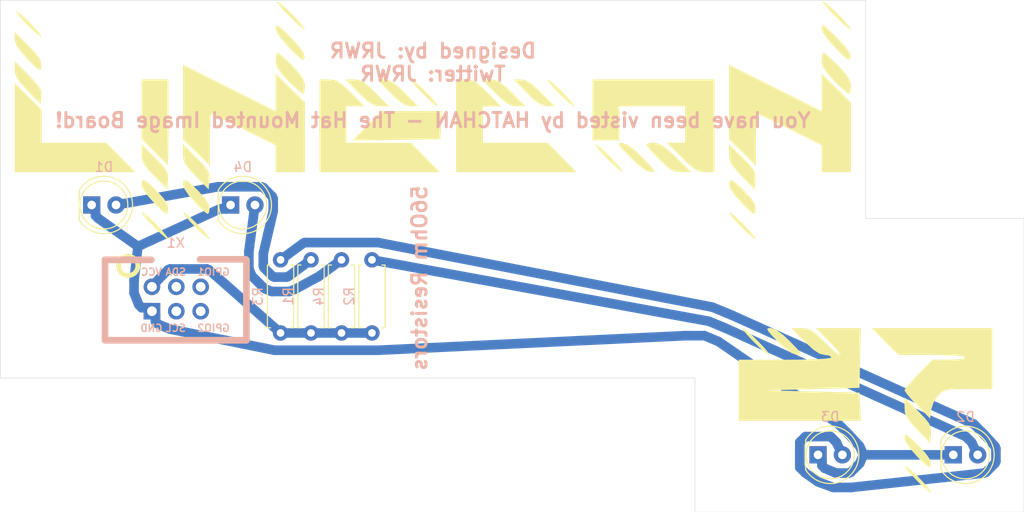
<source format=kicad_pcb>
(kicad_pcb (version 20171130) (host pcbnew "(5.1.2)-1")

  (general
    (thickness 1.6)
    (drawings 13)
    (tracks 120)
    (zones 0)
    (modules 10)
    (nets 7)
  )

  (page A4)
  (layers
    (0 F.Cu signal)
    (31 B.Cu signal)
    (32 B.Adhes user)
    (33 F.Adhes user)
    (34 B.Paste user)
    (35 F.Paste user)
    (36 B.SilkS user)
    (37 F.SilkS user)
    (38 B.Mask user)
    (39 F.Mask user)
    (40 Dwgs.User user)
    (41 Cmts.User user)
    (42 Eco1.User user)
    (43 Eco2.User user)
    (44 Edge.Cuts user)
    (45 Margin user)
    (46 B.CrtYd user)
    (47 F.CrtYd user)
    (48 B.Fab user)
    (49 F.Fab user)
  )

  (setup
    (last_trace_width 0.25)
    (trace_clearance 0.2)
    (zone_clearance 0.508)
    (zone_45_only no)
    (trace_min 0.2)
    (via_size 0.8)
    (via_drill 0.4)
    (via_min_size 0.4)
    (via_min_drill 0.3)
    (uvia_size 0.3)
    (uvia_drill 0.1)
    (uvias_allowed no)
    (uvia_min_size 0.2)
    (uvia_min_drill 0.1)
    (edge_width 0.05)
    (segment_width 0.2)
    (pcb_text_width 0.3)
    (pcb_text_size 1.5 1.5)
    (mod_edge_width 0.12)
    (mod_text_size 1 1)
    (mod_text_width 0.15)
    (pad_size 1.524 1.524)
    (pad_drill 0.762)
    (pad_to_mask_clearance 0.051)
    (solder_mask_min_width 0.25)
    (aux_axis_origin 0 0)
    (visible_elements 7FFFFFFF)
    (pcbplotparams
      (layerselection 0x010fc_ffffffff)
      (usegerberextensions false)
      (usegerberattributes false)
      (usegerberadvancedattributes false)
      (creategerberjobfile false)
      (excludeedgelayer true)
      (linewidth 0.100000)
      (plotframeref false)
      (viasonmask false)
      (mode 1)
      (useauxorigin false)
      (hpglpennumber 1)
      (hpglpenspeed 20)
      (hpglpendiameter 15.000000)
      (psnegative false)
      (psa4output false)
      (plotreference true)
      (plotvalue true)
      (plotinvisibletext false)
      (padsonsilk false)
      (subtractmaskfromsilk false)
      (outputformat 1)
      (mirror false)
      (drillshape 0)
      (scaleselection 1)
      (outputdirectory "grb/"))
  )

  (net 0 "")
  (net 1 "Net-(D1-Pad2)")
  (net 2 "Net-(D1-Pad1)")
  (net 3 "Net-(D2-Pad2)")
  (net 4 "Net-(D3-Pad2)")
  (net 5 "Net-(D4-Pad2)")
  (net 6 "Net-(R1-Pad1)")

  (net_class Default "This is the default net class."
    (clearance 0.2)
    (trace_width 0.25)
    (via_dia 0.8)
    (via_drill 0.4)
    (uvia_dia 0.3)
    (uvia_drill 0.1)
    (add_net "Net-(D1-Pad1)")
    (add_net "Net-(D1-Pad2)")
    (add_net "Net-(D2-Pad2)")
    (add_net "Net-(D3-Pad2)")
    (add_net "Net-(D4-Pad2)")
    (add_net "Net-(R1-Pad1)")
  )

  (module badgelife_sao_v169bis:linecon27 (layer F.Cu) (tedit 0) (tstamp 5D18415E)
    (at 173.482 93.345)
    (fp_text reference G*** (at 0 0) (layer F.SilkS) hide
      (effects (font (size 1.524 1.524) (thickness 0.3)))
    )
    (fp_text value LOGO (at 0.75 0) (layer F.SilkS) hide
      (effects (font (size 1.524 1.524) (thickness 0.3)))
    )
    (fp_poly (pts (xy 42.925934 23.867536) (xy 43.40527 24.262837) (xy 44.045468 24.86811) (xy 44.196 25.019)
      (xy 44.828191 25.689817) (xy 45.269607 26.218046) (xy 45.441942 26.508262) (xy 45.436234 26.530431)
      (xy 45.212065 26.424463) (xy 44.732729 26.029162) (xy 44.092531 25.423889) (xy 43.942 25.273)
      (xy 43.309808 24.602182) (xy 42.868392 24.073953) (xy 42.696057 23.783737) (xy 42.701765 23.761568)
      (xy 42.925934 23.867536)) (layer F.SilkS) (width 0.01))
    (fp_poly (pts (xy 43.15974 20.720434) (xy 43.725624 21.254472) (xy 44.091656 21.618178) (xy 44.89015 22.477306)
      (xy 45.321183 23.104503) (xy 45.429015 23.565415) (xy 45.425156 23.596095) (xy 45.347122 23.845142)
      (xy 45.171184 23.860496) (xy 44.821718 23.599789) (xy 44.223102 23.02065) (xy 44.0055 22.80069)
      (xy 43.152629 21.832716) (xy 42.723936 21.094295) (xy 42.672 20.822773) (xy 42.702876 20.543776)
      (xy 42.84214 20.496599) (xy 43.15974 20.720434)) (layer F.SilkS) (width 0.01))
    (fp_poly (pts (xy 44.086887 18.057409) (xy 44.805838 18.801989) (xy 45.221622 19.331594) (xy 45.406306 19.773684)
      (xy 45.431954 20.255722) (xy 45.420387 20.415957) (xy 45.339 21.359618) (xy 44.0055 20.006322)
      (xy 43.298808 19.253046) (xy 42.894146 18.694053) (xy 42.711837 18.18842) (xy 42.672 17.647773)
      (xy 42.672 16.642521) (xy 44.086887 18.057409)) (layer F.SilkS) (width 0.01))
    (fp_poly (pts (xy 32.46455 9.441081) (xy 32.951085 9.622982) (xy 33.48941 10.022693) (xy 34.214977 10.7192)
      (xy 34.29 10.795) (xy 34.977409 11.459857) (xy 35.546039 11.953054) (xy 35.890994 12.184889)
      (xy 35.923646 12.192) (xy 35.881351 12.028961) (xy 35.542951 11.59613) (xy 34.976477 10.977934)
      (xy 34.798 10.795) (xy 33.418353 9.398) (xy 38.115635 9.398) (xy 38.044317 12.5095)
      (xy 37.973 15.621) (xy 28.067 15.88592) (xy 37.973 16.129) (xy 38.049175 17.5895)
      (xy 38.125351 19.05) (xy 25.4 19.05) (xy 25.4 12.7) (xy 30.226 12.7)
      (xy 32.034106 12.686918) (xy 33.447972 12.648784) (xy 34.435958 12.587262) (xy 34.966426 12.504018)
      (xy 35.052 12.446) (xy 34.83261 12.26252) (xy 34.344823 12.192) (xy 33.814867 12.066168)
      (xy 33.177418 11.649092) (xy 32.343788 10.881402) (xy 32.258 10.795) (xy 30.878353 9.398)
      (xy 31.894353 9.398) (xy 32.46455 9.441081)) (layer F.SilkS) (width 0.01))
    (fp_poly (pts (xy 51.816 15.748) (xy 49.323521 15.748) (xy 48.169625 15.755712) (xy 47.403297 15.796607)
      (xy 46.90415 15.897325) (xy 46.551795 16.084504) (xy 46.225841 16.384781) (xy 46.166765 16.4465)
      (xy 45.679003 17.170144) (xy 45.423546 17.956568) (xy 45.420744 17.982569) (xy 45.339 18.820139)
      (xy 44.0055 17.466582) (xy 43.361601 16.783138) (xy 42.888419 16.223981) (xy 42.675852 15.896451)
      (xy 42.672 15.874378) (xy 42.839582 15.594086) (xy 43.284852 15.060629) (xy 43.921594 14.375298)
      (xy 44.124548 14.167865) (xy 45.577097 12.7) (xy 47.299548 12.7) (xy 48.19024 12.665458)
      (xy 48.803266 12.573332) (xy 49.022 12.446) (xy 48.776345 12.339468) (xy 48.071734 12.259279)
      (xy 46.9567 12.208953) (xy 45.520823 12.192) (xy 42.019646 12.192) (xy 40.64 10.795)
      (xy 39.260353 9.398) (xy 51.816 9.398) (xy 51.816 15.748)) (layer F.SilkS) (width 0.01))
    (fp_poly (pts (xy 26.086591 9.567459) (xy 26.619269 10.016038) (xy 27.291493 10.654034) (xy 27.432 10.795)
      (xy 28.047194 11.447948) (xy 28.452218 11.937753) (xy 28.579044 12.179987) (xy 28.557646 12.192)
      (xy 28.269408 12.02254) (xy 27.73673 11.573961) (xy 27.064506 10.935965) (xy 26.924 10.795)
      (xy 26.308805 10.142051) (xy 25.903781 9.652246) (xy 25.776955 9.410012) (xy 25.798353 9.398)
      (xy 26.086591 9.567459)) (layer F.SilkS) (width 0.01))
    (fp_poly (pts (xy 29.305359 9.59239) (xy 30.099937 10.189591) (xy 30.734 10.795) (xy 31.412027 11.494325)
      (xy 31.7643 11.911431) (xy 31.829199 12.118319) (xy 31.645102 12.18699) (xy 31.478646 12.192)
      (xy 30.89264 11.997609) (xy 30.098062 11.400408) (xy 29.464 10.795) (xy 28.785972 10.095674)
      (xy 28.433699 9.678568) (xy 28.3688 9.47168) (xy 28.552897 9.403009) (xy 28.719353 9.398)
      (xy 29.305359 9.59239)) (layer F.SilkS) (width 0.01))
    (fp_poly (pts (xy -36.576066 -2.548464) (xy -36.09673 -2.153163) (xy -35.456532 -1.54789) (xy -35.306 -1.397)
      (xy -34.673809 -0.726183) (xy -34.232393 -0.197954) (xy -34.060058 0.092262) (xy -34.065766 0.114431)
      (xy -34.289935 0.008463) (xy -34.769271 -0.386838) (xy -35.409469 -0.992111) (xy -35.56 -1.143)
      (xy -36.192192 -1.813818) (xy -36.633608 -2.342047) (xy -36.805943 -2.632263) (xy -36.800235 -2.654432)
      (xy -36.576066 -2.548464)) (layer F.SilkS) (width 0.01))
    (fp_poly (pts (xy -32.258066 -2.548464) (xy -31.77873 -2.153163) (xy -31.138532 -1.54789) (xy -30.988 -1.397)
      (xy -30.355809 -0.726183) (xy -29.914393 -0.197954) (xy -29.742058 0.092262) (xy -29.747766 0.114431)
      (xy -29.971935 0.008463) (xy -30.451271 -0.386838) (xy -31.091469 -0.992111) (xy -31.242 -1.143)
      (xy -31.874192 -1.813818) (xy -32.315608 -2.342047) (xy -32.487943 -2.632263) (xy -32.482235 -2.654432)
      (xy -32.258066 -2.548464)) (layer F.SilkS) (width 0.01))
    (fp_poly (pts (xy 24.637934 -2.548464) (xy 25.11727 -2.153163) (xy 25.757468 -1.54789) (xy 25.908 -1.397)
      (xy 26.540191 -0.726183) (xy 26.981607 -0.197954) (xy 27.153942 0.092262) (xy 27.148234 0.114431)
      (xy 26.924065 0.008463) (xy 26.444729 -0.386838) (xy 25.804531 -0.992111) (xy 25.654 -1.143)
      (xy 25.021808 -1.813818) (xy 24.580392 -2.342047) (xy 24.408057 -2.632263) (xy 24.413765 -2.654432)
      (xy 24.637934 -2.548464)) (layer F.SilkS) (width 0.01))
    (fp_poly (pts (xy -36.225656 -5.821084) (xy -35.602948 -5.250854) (xy -35.212772 -4.860288) (xy -34.521238 -4.10195)
      (xy -34.163186 -3.538895) (xy -34.0703 -3.055563) (xy -34.079321 -2.943033) (xy -34.136688 -2.611545)
      (xy -34.256022 -2.50422) (xy -34.516922 -2.658813) (xy -34.998984 -3.113081) (xy -35.4965 -3.615233)
      (xy -36.23156 -4.440325) (xy -36.697365 -5.130355) (xy -36.83 -5.532488) (xy -36.781934 -5.938105)
      (xy -36.599568 -6.042236) (xy -36.225656 -5.821084)) (layer F.SilkS) (width 0.01))
    (fp_poly (pts (xy -31.907656 -5.821084) (xy -31.284948 -5.250854) (xy -30.894772 -4.860288) (xy -30.203238 -4.10195)
      (xy -29.845186 -3.538895) (xy -29.7523 -3.055563) (xy -29.761321 -2.943033) (xy -29.818688 -2.611545)
      (xy -29.938022 -2.50422) (xy -30.198922 -2.658813) (xy -30.680984 -3.113081) (xy -31.1785 -3.615233)
      (xy -31.91356 -4.440325) (xy -32.379365 -5.130355) (xy -32.512 -5.532488) (xy -32.463934 -5.938105)
      (xy -32.281568 -6.042236) (xy -31.907656 -5.821084)) (layer F.SilkS) (width 0.01))
    (fp_poly (pts (xy 24.988344 -5.821084) (xy 25.611052 -5.250854) (xy 26.001228 -4.860288) (xy 26.692762 -4.10195)
      (xy 27.050814 -3.538895) (xy 27.1437 -3.055563) (xy 27.134679 -2.943033) (xy 27.077312 -2.611545)
      (xy 26.957978 -2.50422) (xy 26.697078 -2.658813) (xy 26.215016 -3.113081) (xy 25.7175 -3.615233)
      (xy 24.98244 -4.440325) (xy 24.516635 -5.130355) (xy 24.384 -5.532488) (xy 24.432066 -5.938105)
      (xy 24.614432 -6.042236) (xy 24.988344 -5.821084)) (layer F.SilkS) (width 0.01))
    (fp_poly (pts (xy -35.415113 -8.358591) (xy -34.696162 -7.614011) (xy -34.280378 -7.084406) (xy -34.095694 -6.642316)
      (xy -34.070046 -6.160278) (xy -34.081613 -6.000043) (xy -34.163 -5.056382) (xy -35.4965 -6.409678)
      (xy -36.203192 -7.162954) (xy -36.607854 -7.721947) (xy -36.790163 -8.22758) (xy -36.83 -8.768227)
      (xy -36.83 -9.773479) (xy -35.415113 -8.358591)) (layer F.SilkS) (width 0.01))
    (fp_poly (pts (xy -31.097113 -8.358591) (xy -30.378162 -7.614011) (xy -29.962378 -7.084406) (xy -29.777694 -6.642316)
      (xy -29.752046 -6.160278) (xy -29.763613 -6.000043) (xy -29.845 -5.056382) (xy -31.1785 -6.409678)
      (xy -31.885192 -7.162954) (xy -32.289854 -7.721947) (xy -32.472163 -8.22758) (xy -32.512 -8.768227)
      (xy -32.512 -9.773479) (xy -31.097113 -8.358591)) (layer F.SilkS) (width 0.01))
    (fp_poly (pts (xy 25.798887 -8.358591) (xy 26.517838 -7.614011) (xy 26.933622 -7.084406) (xy 27.118306 -6.642316)
      (xy 27.143954 -6.160278) (xy 27.132387 -6.000043) (xy 27.051 -5.056382) (xy 25.7175 -6.409678)
      (xy 25.010808 -7.162954) (xy 24.606146 -7.721947) (xy 24.423837 -8.22758) (xy 24.384 -8.768227)
      (xy 24.384 -9.773479) (xy 25.798887 -8.358591)) (layer F.SilkS) (width 0.01))
    (fp_poly (pts (xy -48.641 -14.732001) (xy -47.244 -13.352354) (xy -47.244 -9.906) (xy -40.497098 -9.906)
      (xy -38.989 -8.382) (xy -37.480903 -6.858) (xy -50.038 -6.858) (xy -50.038 -11.484824)
      (xy -50.038001 -16.111647) (xy -48.641 -14.732001)) (layer F.SilkS) (width 0.01))
    (fp_poly (pts (xy -27.686 -15.621001) (xy -22.86 -13.205458) (xy -22.86 -17.129098) (xy -21.336 -15.621001)
      (xy -19.812 -14.112903) (xy -19.812 -6.858) (xy -22.86 -6.858) (xy -22.86 -9.648366)
      (xy -26.158374 -11.301183) (xy -27.336008 -11.887025) (xy -28.346302 -12.381535) (xy -29.105443 -12.744316)
      (xy -29.529618 -12.934967) (xy -29.587374 -12.954) (xy -29.6405 -12.717327) (xy -29.683224 -12.076555)
      (xy -29.71056 -11.135558) (xy -29.718 -10.232177) (xy -29.718 -7.510354) (xy -31.115 -8.89)
      (xy -32.512 -10.269647) (xy -32.512 -18.036543) (xy -27.686 -15.621001)) (layer F.SilkS) (width 0.01))
    (fp_poly (pts (xy -16.774483 -16.46009) (xy -16.283013 -16.257863) (xy -15.720467 -15.824574) (xy -14.986 -15.113)
      (xy -13.606354 -13.716) (xy -15.494 -13.716) (xy -15.494 -9.906) (xy -8.747098 -9.906)
      (xy -7.239 -8.382) (xy -5.730903 -6.858) (xy -18.288 -6.858) (xy -18.288 -16.51)
      (xy -17.326824 -16.51) (xy -16.774483 -16.46009)) (layer F.SilkS) (width 0.01))
    (fp_poly (pts (xy -2.550483 -16.46009) (xy -2.059013 -16.257863) (xy -1.496467 -15.824574) (xy -0.762 -15.113)
      (xy 0.617646 -13.716) (xy -1.27 -13.716) (xy -1.27 -9.906) (xy 5.476902 -9.906)
      (xy 6.985 -8.382) (xy 8.493097 -6.858) (xy -4.064 -6.858) (xy -4.064 -16.51)
      (xy -3.102824 -16.51) (xy -2.550483 -16.46009)) (layer F.SilkS) (width 0.01))
    (fp_poly (pts (xy 10.665793 -9.656989) (xy 11.149278 -9.256606) (xy 11.804432 -8.641313) (xy 12.071573 -8.375358)
      (xy 12.72045 -7.691869) (xy 13.165272 -7.168216) (xy 13.339416 -6.885478) (xy 13.318372 -6.858)
      (xy 13.029546 -7.027451) (xy 12.496718 -7.475852) (xy 11.825165 -8.113281) (xy 11.690205 -8.248716)
      (xy 11.056281 -8.921069) (xy 10.612773 -9.450865) (xy 10.437866 -9.742952) (xy 10.443406 -9.766074)
      (xy 10.665793 -9.656989)) (layer F.SilkS) (width 0.01))
    (fp_poly (pts (xy 13.770135 -9.730229) (xy 14.518309 -9.183606) (xy 15.367 -8.382) (xy 16.084391 -7.644506)
      (xy 16.475994 -7.191957) (xy 16.580996 -6.955951) (xy 16.438586 -6.868084) (xy 16.240097 -6.858)
      (xy 15.693864 -7.033772) (xy 14.94569 -7.580395) (xy 14.097 -8.382) (xy 13.379608 -9.119495)
      (xy 12.988005 -9.572044) (xy 12.883003 -9.80805) (xy 13.025413 -9.895917) (xy 13.223902 -9.906)
      (xy 13.770135 -9.730229)) (layer F.SilkS) (width 0.01))
    (fp_poly (pts (xy 17.034602 -9.821664) (xy 17.585487 -9.524177) (xy 18.291123 -8.946819) (xy 18.884787 -8.386801)
      (xy 20.447 -6.867601) (xy 19.422323 -6.862801) (xy 18.838612 -6.903577) (xy 18.347136 -7.08599)
      (xy 17.806202 -7.490652) (xy 17.07412 -8.198174) (xy 17.072823 -8.199488) (xy 16.432207 -8.871068)
      (xy 15.96188 -9.407789) (xy 15.751583 -9.706418) (xy 15.748 -9.723488) (xy 15.969535 -9.850092)
      (xy 16.505627 -9.905872) (xy 16.535287 -9.906) (xy 17.034602 -9.821664)) (layer F.SilkS) (width 0.01))
    (fp_poly (pts (xy 22.86 -6.858) (xy 21.899548 -6.858) (xy 21.372015 -6.903436) (xy 20.898485 -7.089541)
      (xy 20.357971 -7.49101) (xy 19.629481 -8.182539) (xy 19.431 -8.382) (xy 17.922902 -9.906)
      (xy 19.812 -9.906) (xy 19.812 -13.716) (xy 12.954 -13.716) (xy 12.954 -10.16)
      (xy 10.16 -10.16) (xy 10.16 -16.51) (xy 22.86 -16.51) (xy 22.86 -6.858)) (layer F.SilkS) (width 0.01))
    (fp_poly (pts (xy 29.21 -15.621001) (xy 34.036 -13.205458) (xy 34.036 -17.129098) (xy 35.56 -15.621001)
      (xy 37.084 -14.112903) (xy 37.084 -6.858) (xy 34.036 -6.858) (xy 34.036 -9.648366)
      (xy 30.737626 -11.301183) (xy 29.559992 -11.887025) (xy 28.549698 -12.381535) (xy 27.790557 -12.744316)
      (xy 27.366382 -12.934967) (xy 27.308626 -12.954) (xy 27.2555 -12.717327) (xy 27.212776 -12.076555)
      (xy 27.18544 -11.135558) (xy 27.178 -10.232177) (xy 27.178 -7.510354) (xy 25.781 -8.89)
      (xy 24.384 -10.269647) (xy 24.384 -18.036543) (xy 29.21 -15.621001)) (layer F.SilkS) (width 0.01))
    (fp_poly (pts (xy -34.036 -12.065) (xy -34.039905 -10.626065) (xy -34.050738 -9.381306) (xy -34.06718 -8.412013)
      (xy -34.087911 -7.799473) (xy -34.108177 -7.62) (xy -34.307733 -7.786873) (xy -34.768725 -8.227754)
      (xy -35.397837 -8.853036) (xy -35.505177 -8.961488) (xy -36.83 -10.302975) (xy -36.83 -16.51)
      (xy -34.036 -16.51) (xy -34.036 -12.065)) (layer F.SilkS) (width 0.01))
    (fp_poly (pts (xy -5.638825 -11.7475) (xy -5.715 -10.287) (xy -10.285097 -10.217389) (xy -14.855194 -10.147777)
      (xy -13.341048 -11.677889) (xy -11.826903 -13.208) (xy -5.562649 -13.208) (xy -5.638825 -11.7475)) (layer F.SilkS) (width 0.01))
    (fp_poly (pts (xy -14.181928 -16.448259) (xy -13.675646 -16.211278) (xy -13.069728 -15.721425) (xy -12.446 -15.113)
      (xy -11.066354 -13.716) (xy -11.955354 -13.716) (xy -12.488073 -13.777742) (xy -12.994355 -14.014723)
      (xy -13.600273 -14.504576) (xy -14.224 -15.113) (xy -15.603647 -16.51) (xy -14.714647 -16.51)
      (xy -14.181928 -16.448259)) (layer F.SilkS) (width 0.01))
    (fp_poly (pts (xy -11.020876 -16.412386) (xy -10.446388 -16.073059) (xy -9.709287 -15.42229) (xy -9.398 -15.113)
      (xy -8.018354 -13.716) (xy -8.780354 -13.716) (xy -9.299125 -13.813615) (xy -9.873613 -14.152942)
      (xy -10.610714 -14.803711) (xy -10.922 -15.113) (xy -12.301647 -16.51) (xy -11.539647 -16.51)
      (xy -11.020876 -16.412386)) (layer F.SilkS) (width 0.01))
    (fp_poly (pts (xy -8.457409 -16.340541) (xy -7.924731 -15.891962) (xy -7.252507 -15.253966) (xy -7.112 -15.113)
      (xy -6.496806 -14.460052) (xy -6.091782 -13.970247) (xy -5.964956 -13.728013) (xy -5.986354 -13.716)
      (xy -6.274592 -13.88546) (xy -6.80727 -14.334039) (xy -7.479494 -14.972035) (xy -7.62 -15.113)
      (xy -8.235195 -15.765949) (xy -8.640219 -16.255754) (xy -8.767045 -16.497988) (xy -8.745647 -16.51)
      (xy -8.457409 -16.340541)) (layer F.SilkS) (width 0.01))
    (fp_poly (pts (xy 0.042072 -16.448259) (xy 0.548354 -16.211278) (xy 1.154272 -15.721425) (xy 1.778 -15.113)
      (xy 3.157646 -13.716) (xy 2.268646 -13.716) (xy 1.735927 -13.777742) (xy 1.229645 -14.014723)
      (xy 0.623727 -14.504576) (xy 0 -15.113) (xy -1.379647 -16.51) (xy -0.490647 -16.51)
      (xy 0.042072 -16.448259)) (layer F.SilkS) (width 0.01))
    (fp_poly (pts (xy 3.203124 -16.412386) (xy 3.777612 -16.073059) (xy 4.514713 -15.42229) (xy 4.826 -15.113)
      (xy 6.205646 -13.716) (xy 5.443646 -13.716) (xy 4.924875 -13.813615) (xy 4.350387 -14.152942)
      (xy 3.613286 -14.803711) (xy 3.302 -15.113) (xy 1.922353 -16.51) (xy 2.684353 -16.51)
      (xy 3.203124 -16.412386)) (layer F.SilkS) (width 0.01))
    (fp_poly (pts (xy 5.766591 -16.340541) (xy 6.299269 -15.891962) (xy 6.971493 -15.253966) (xy 7.112 -15.113)
      (xy 7.727194 -14.460052) (xy 8.132218 -13.970247) (xy 8.259044 -13.728013) (xy 8.237646 -13.716)
      (xy 7.949408 -13.88546) (xy 7.41673 -14.334039) (xy 6.744506 -14.972035) (xy 6.604 -15.113)
      (xy 5.988805 -15.765949) (xy 5.583781 -16.255754) (xy 5.456955 -16.497988) (xy 5.478353 -16.51)
      (xy 5.766591 -16.340541)) (layer F.SilkS) (width 0.01))
    (fp_poly (pts (xy -48.621809 -16.993287) (xy -47.892901 -16.232823) (xy -47.474918 -15.688245) (xy -47.296771 -15.240576)
      (xy -47.287373 -14.770843) (xy -47.288309 -14.761478) (xy -47.371 -13.945861) (xy -48.7045 -15.299418)
      (xy -49.429474 -16.080761) (xy -49.840365 -16.668267) (xy -50.014698 -17.191684) (xy -50.038 -17.531227)
      (xy -50.038 -18.409479) (xy -48.621809 -16.993287)) (layer F.SilkS) (width 0.01))
    (fp_poly (pts (xy -22.397998 -19.135444) (xy -21.887821 -18.690461) (xy -21.233706 -18.060083) (xy -21.136824 -17.962513)
      (xy -20.399445 -17.163081) (xy -19.986677 -16.556076) (xy -19.823866 -16.019838) (xy -19.812 -15.803513)
      (xy -19.866114 -15.244756) (xy -19.997734 -14.987856) (xy -20.011177 -14.986) (xy -20.274003 -15.154557)
      (xy -20.78418 -15.59954) (xy -21.438295 -16.229918) (xy -21.535177 -16.327488) (xy -22.272556 -17.12692)
      (xy -22.685324 -17.733925) (xy -22.848135 -18.270163) (xy -22.86 -18.486488) (xy -22.805887 -19.045245)
      (xy -22.674267 -19.302145) (xy -22.660824 -19.304) (xy -22.397998 -19.135444)) (layer F.SilkS) (width 0.01))
    (fp_poly (pts (xy 34.498002 -19.135444) (xy 35.008179 -18.690461) (xy 35.662294 -18.060083) (xy 35.759176 -17.962513)
      (xy 36.496555 -17.163081) (xy 36.909323 -16.556076) (xy 37.072134 -16.019838) (xy 37.084 -15.803513)
      (xy 37.029886 -15.244756) (xy 36.898266 -14.987856) (xy 36.884823 -14.986) (xy 36.621997 -15.154557)
      (xy 36.11182 -15.59954) (xy 35.457705 -16.229918) (xy 35.360823 -16.327488) (xy 34.623444 -17.12692)
      (xy 34.210676 -17.733925) (xy 34.047865 -18.270163) (xy 34.036 -18.486488) (xy 34.090113 -19.045245)
      (xy 34.221733 -19.302145) (xy 34.235176 -19.304) (xy 34.498002 -19.135444)) (layer F.SilkS) (width 0.01))
    (fp_poly (pts (xy -48.620269 -20.039747) (xy -47.871656 -19.250145) (xy -47.448813 -18.678741) (xy -47.28538 -18.220779)
      (xy -47.286769 -17.934753) (xy -47.343767 -17.599588) (xy -47.46135 -17.488617) (xy -47.719258 -17.639327)
      (xy -48.19723 -18.089205) (xy -48.7045 -18.601233) (xy -49.46883 -19.439966) (xy -49.8906 -20.08138)
      (xy -50.035946 -20.629873) (xy -50.038 -20.706227) (xy -50.038 -21.457479) (xy -48.620269 -20.039747)) (layer F.SilkS) (width 0.01))
    (fp_poly (pts (xy -22.365588 -21.938186) (xy -21.803348 -21.413012) (xy -21.313318 -20.927238) (xy -20.479817 -20.041477)
      (xy -20.006072 -19.397707) (xy -19.84703 -18.931014) (xy -19.852818 -18.822833) (xy -19.931139 -18.585158)
      (xy -20.109904 -18.573366) (xy -20.460759 -18.830147) (xy -21.05535 -19.398191) (xy -21.3995 -19.744421)
      (xy -22.301296 -20.746977) (xy -22.776324 -21.497798) (xy -22.86 -21.848826) (xy -22.827278 -22.116388)
      (xy -22.684686 -22.159409) (xy -22.365588 -21.938186)) (layer F.SilkS) (width 0.01))
    (fp_poly (pts (xy 34.530412 -21.938186) (xy 35.092652 -21.413012) (xy 35.582682 -20.927238) (xy 36.416183 -20.041477)
      (xy 36.889928 -19.397707) (xy 37.04897 -18.931014) (xy 37.043182 -18.822833) (xy 36.964861 -18.585158)
      (xy 36.786096 -18.573366) (xy 36.435241 -18.830147) (xy 35.84065 -19.398191) (xy 35.4965 -19.744421)
      (xy 34.594704 -20.746977) (xy 34.119676 -21.497798) (xy 34.036 -21.848826) (xy 34.068722 -22.116388)
      (xy 34.211314 -22.159409) (xy 34.530412 -21.938186)) (layer F.SilkS) (width 0.01))
    (fp_poly (pts (xy -49.602391 -23.459576) (xy -49.110897 -23.044652) (xy -48.525334 -22.485751) (xy -47.952742 -21.891397)
      (xy -47.500163 -21.370114) (xy -47.274634 -21.030424) (xy -47.274197 -20.967138) (xy -47.498074 -21.073465)
      (xy -47.977454 -21.469183) (xy -48.618307 -22.07505) (xy -48.774206 -22.231285) (xy -49.387526 -22.882564)
      (xy -49.790172 -23.370542) (xy -49.9141 -23.610622) (xy -49.892775 -23.622) (xy -49.602391 -23.459576)) (layer F.SilkS) (width 0.01))
    (fp_poly (pts (xy -22.429987 -24.474907) (xy -21.932907 -24.054686) (xy -21.327543 -23.480927) (xy -20.716303 -22.857217)
      (xy -20.201597 -22.287146) (xy -19.885833 -21.874302) (xy -19.841407 -21.729927) (xy -20.063794 -21.839012)
      (xy -20.547279 -22.239395) (xy -21.202433 -22.854688) (xy -21.469574 -23.120643) (xy -22.118451 -23.804132)
      (xy -22.563273 -24.327785) (xy -22.737417 -24.610523) (xy -22.716373 -24.638) (xy -22.429987 -24.474907)) (layer F.SilkS) (width 0.01))
    (fp_poly (pts (xy 34.466013 -24.474907) (xy 34.963093 -24.054686) (xy 35.568457 -23.480927) (xy 36.179697 -22.857217)
      (xy 36.694403 -22.287146) (xy 37.010167 -21.874302) (xy 37.054593 -21.729927) (xy 36.832206 -21.839012)
      (xy 36.348721 -22.239395) (xy 35.693567 -22.854688) (xy 35.426426 -23.120643) (xy 34.777549 -23.804132)
      (xy 34.332727 -24.327785) (xy 34.158583 -24.610523) (xy 34.179627 -24.638) (xy 34.466013 -24.474907)) (layer F.SilkS) (width 0.01))
  )

  (module badgelife_sao_v169bis:Badgelife-SAOv169-SAO-2x3 (layer F.Cu) (tedit 5C930BB4) (tstamp 5D183F70)
    (at 140.208 99.695)
    (descr "Through hole straight IDC box header, 2x03, 2.54mm pitch, double rows")
    (tags "Through hole IDC box header THT 2x03 2.54mm double row")
    (path /5D179089)
    (fp_text reference X1 (at 0 -5.842) (layer B.SilkS)
      (effects (font (size 1 1) (thickness 0.15)) (justify mirror))
    )
    (fp_text value Badgelife_sao_connector_v169bis (at 0 -7.7) (layer F.Fab)
      (effects (font (size 1 1) (thickness 0.15)))
    )
    (fp_circle (center -4.953 -3.429) (end -3.953 -3.429) (layer F.SilkS) (width 0.5))
    (fp_text user GPIO2 (at 3.937 3.048) (layer B.SilkS)
      (effects (font (size 0.75 0.75) (thickness 0.15)) (justify mirror))
    )
    (fp_text user SCL (at 0 3.048) (layer B.SilkS)
      (effects (font (size 0.75 0.75) (thickness 0.15)) (justify mirror))
    )
    (fp_text user GND (at -2.54 3.048 unlocked) (layer B.SilkS)
      (effects (font (size 0.75 0.75) (thickness 0.15)) (justify mirror))
    )
    (fp_text user GPIO1 (at 3.937 -2.794 unlocked) (layer B.SilkS)
      (effects (font (size 0.75 0.75) (thickness 0.15)) (justify mirror))
    )
    (fp_text user SDA (at 0 -2.794 unlocked) (layer B.SilkS)
      (effects (font (size 0.75 0.75) (thickness 0.15)) (justify mirror))
    )
    (fp_text user VCC (at -2.54 -2.794 unlocked) (layer B.SilkS)
      (effects (font (size 0.75 0.75) (thickness 0.15)) (justify mirror))
    )
    (fp_line (start 7.366 4.318) (end 7.366 -4.064) (layer B.SilkS) (width 0.7))
    (fp_line (start -7.366 4.318) (end 7.366 4.318) (layer B.SilkS) (width 0.7))
    (fp_line (start -7.366 -4.064) (end -7.366 4.318) (layer B.SilkS) (width 0.7))
    (fp_line (start 7.27964 -4.1148) (end 2.54 -4.1148) (layer B.SilkS) (width 0.7))
    (fp_line (start -2.54 -4.064) (end -7.366 -4.064) (layer B.SilkS) (width 0.7))
    (fp_text user %R (at 0.06 0.02 270) (layer F.Fab)
      (effects (font (size 1 1) (thickness 0.15)))
    )
    (pad 2 thru_hole rect (at -2.48 1.29 270) (size 1.7272 1.7272) (drill 1.016) (layers *.Cu *.Mask)
      (net 2 "Net-(D1-Pad1)"))
    (pad 1 thru_hole oval (at -2.48 -1.25 270) (size 1.7272 1.7272) (drill 1.016) (layers *.Cu *.Mask)
      (net 6 "Net-(R1-Pad1)"))
    (pad 4 thru_hole oval (at 0.06 1.29 270) (size 1.7272 1.7272) (drill 1.016) (layers *.Cu *.Mask))
    (pad 3 thru_hole oval (at 0.06 -1.25 270) (size 1.7272 1.7272) (drill 1.016) (layers *.Cu *.Mask))
    (pad 6 thru_hole circle (at 2.6 1.29 270) (size 1.7272 1.7272) (drill 1.016) (layers *.Cu *.Mask))
    (pad 5 thru_hole circle (at 2.6 -1.25 270) (size 1.7272 1.7272) (drill 1.016) (layers *.Cu *.Mask))
    (model ${KISYS3DMOD}/Connector_IDC.3dshapes/IDC-Header_2x03_P2.54mm_Vertical.wrl
      (offset (xyz -2.5 1.2 -1.6))
      (scale (xyz 1 1 1))
      (rotate (xyz 180 0 90))
    )
  )

  (module Resistor_THT:R_Axial_DIN0207_L6.3mm_D2.5mm_P7.62mm_Horizontal (layer F.Cu) (tedit 5AE5139B) (tstamp 5D183F59)
    (at 157.48 103.251 90)
    (descr "Resistor, Axial_DIN0207 series, Axial, Horizontal, pin pitch=7.62mm, 0.25W = 1/4W, length*diameter=6.3*2.5mm^2, http://cdn-reichelt.de/documents/datenblatt/B400/1_4W%23YAG.pdf")
    (tags "Resistor Axial_DIN0207 series Axial Horizontal pin pitch 7.62mm 0.25W = 1/4W length 6.3mm diameter 2.5mm")
    (path /5D17D06E)
    (fp_text reference R4 (at 3.81 -2.37 90) (layer B.SilkS)
      (effects (font (size 1 1) (thickness 0.15)) (justify mirror))
    )
    (fp_text value R (at 3.81 2.37 90) (layer F.Fab)
      (effects (font (size 1 1) (thickness 0.15)))
    )
    (fp_text user %R (at 3.81 0 90) (layer F.Fab)
      (effects (font (size 1 1) (thickness 0.15)))
    )
    (fp_line (start 8.67 -1.5) (end -1.05 -1.5) (layer F.CrtYd) (width 0.05))
    (fp_line (start 8.67 1.5) (end 8.67 -1.5) (layer F.CrtYd) (width 0.05))
    (fp_line (start -1.05 1.5) (end 8.67 1.5) (layer F.CrtYd) (width 0.05))
    (fp_line (start -1.05 -1.5) (end -1.05 1.5) (layer F.CrtYd) (width 0.05))
    (fp_line (start 7.08 1.37) (end 7.08 1.04) (layer F.SilkS) (width 0.12))
    (fp_line (start 0.54 1.37) (end 7.08 1.37) (layer F.SilkS) (width 0.12))
    (fp_line (start 0.54 1.04) (end 0.54 1.37) (layer F.SilkS) (width 0.12))
    (fp_line (start 7.08 -1.37) (end 7.08 -1.04) (layer F.SilkS) (width 0.12))
    (fp_line (start 0.54 -1.37) (end 7.08 -1.37) (layer F.SilkS) (width 0.12))
    (fp_line (start 0.54 -1.04) (end 0.54 -1.37) (layer F.SilkS) (width 0.12))
    (fp_line (start 7.62 0) (end 6.96 0) (layer F.Fab) (width 0.1))
    (fp_line (start 0 0) (end 0.66 0) (layer F.Fab) (width 0.1))
    (fp_line (start 6.96 -1.25) (end 0.66 -1.25) (layer F.Fab) (width 0.1))
    (fp_line (start 6.96 1.25) (end 6.96 -1.25) (layer F.Fab) (width 0.1))
    (fp_line (start 0.66 1.25) (end 6.96 1.25) (layer F.Fab) (width 0.1))
    (fp_line (start 0.66 -1.25) (end 0.66 1.25) (layer F.Fab) (width 0.1))
    (pad 2 thru_hole oval (at 7.62 0 90) (size 1.6 1.6) (drill 0.8) (layers *.Cu *.Mask)
      (net 5 "Net-(D4-Pad2)"))
    (pad 1 thru_hole circle (at 0 0 90) (size 1.6 1.6) (drill 0.8) (layers *.Cu *.Mask)
      (net 6 "Net-(R1-Pad1)"))
    (model ${KISYS3DMOD}/Resistor_THT.3dshapes/R_Axial_DIN0207_L6.3mm_D2.5mm_P7.62mm_Horizontal.wrl
      (at (xyz 0 0 0))
      (scale (xyz 1 1 1))
      (rotate (xyz 0 0 0))
    )
  )

  (module Resistor_THT:R_Axial_DIN0207_L6.3mm_D2.5mm_P7.62mm_Horizontal (layer F.Cu) (tedit 5AE5139B) (tstamp 5D183F42)
    (at 151.13 103.251 90)
    (descr "Resistor, Axial_DIN0207 series, Axial, Horizontal, pin pitch=7.62mm, 0.25W = 1/4W, length*diameter=6.3*2.5mm^2, http://cdn-reichelt.de/documents/datenblatt/B400/1_4W%23YAG.pdf")
    (tags "Resistor Axial_DIN0207 series Axial Horizontal pin pitch 7.62mm 0.25W = 1/4W length 6.3mm diameter 2.5mm")
    (path /5D17CAD7)
    (fp_text reference R3 (at 3.81 -2.37 90) (layer B.SilkS)
      (effects (font (size 1 1) (thickness 0.15)) (justify mirror))
    )
    (fp_text value R (at 3.81 2.37 90) (layer F.Fab)
      (effects (font (size 1 1) (thickness 0.15)))
    )
    (fp_text user %R (at 3.81 0 90) (layer F.Fab)
      (effects (font (size 1 1) (thickness 0.15)))
    )
    (fp_line (start 8.67 -1.5) (end -1.05 -1.5) (layer F.CrtYd) (width 0.05))
    (fp_line (start 8.67 1.5) (end 8.67 -1.5) (layer F.CrtYd) (width 0.05))
    (fp_line (start -1.05 1.5) (end 8.67 1.5) (layer F.CrtYd) (width 0.05))
    (fp_line (start -1.05 -1.5) (end -1.05 1.5) (layer F.CrtYd) (width 0.05))
    (fp_line (start 7.08 1.37) (end 7.08 1.04) (layer F.SilkS) (width 0.12))
    (fp_line (start 0.54 1.37) (end 7.08 1.37) (layer F.SilkS) (width 0.12))
    (fp_line (start 0.54 1.04) (end 0.54 1.37) (layer F.SilkS) (width 0.12))
    (fp_line (start 7.08 -1.37) (end 7.08 -1.04) (layer F.SilkS) (width 0.12))
    (fp_line (start 0.54 -1.37) (end 7.08 -1.37) (layer F.SilkS) (width 0.12))
    (fp_line (start 0.54 -1.04) (end 0.54 -1.37) (layer F.SilkS) (width 0.12))
    (fp_line (start 7.62 0) (end 6.96 0) (layer F.Fab) (width 0.1))
    (fp_line (start 0 0) (end 0.66 0) (layer F.Fab) (width 0.1))
    (fp_line (start 6.96 -1.25) (end 0.66 -1.25) (layer F.Fab) (width 0.1))
    (fp_line (start 6.96 1.25) (end 6.96 -1.25) (layer F.Fab) (width 0.1))
    (fp_line (start 0.66 1.25) (end 6.96 1.25) (layer F.Fab) (width 0.1))
    (fp_line (start 0.66 -1.25) (end 0.66 1.25) (layer F.Fab) (width 0.1))
    (pad 2 thru_hole oval (at 7.62 0 90) (size 1.6 1.6) (drill 0.8) (layers *.Cu *.Mask)
      (net 4 "Net-(D3-Pad2)"))
    (pad 1 thru_hole circle (at 0 0 90) (size 1.6 1.6) (drill 0.8) (layers *.Cu *.Mask)
      (net 6 "Net-(R1-Pad1)"))
    (model ${KISYS3DMOD}/Resistor_THT.3dshapes/R_Axial_DIN0207_L6.3mm_D2.5mm_P7.62mm_Horizontal.wrl
      (at (xyz 0 0 0))
      (scale (xyz 1 1 1))
      (rotate (xyz 0 0 0))
    )
  )

  (module Resistor_THT:R_Axial_DIN0207_L6.3mm_D2.5mm_P7.62mm_Horizontal (layer F.Cu) (tedit 5AE5139B) (tstamp 5D183F2B)
    (at 160.655 103.251 90)
    (descr "Resistor, Axial_DIN0207 series, Axial, Horizontal, pin pitch=7.62mm, 0.25W = 1/4W, length*diameter=6.3*2.5mm^2, http://cdn-reichelt.de/documents/datenblatt/B400/1_4W%23YAG.pdf")
    (tags "Resistor Axial_DIN0207 series Axial Horizontal pin pitch 7.62mm 0.25W = 1/4W length 6.3mm diameter 2.5mm")
    (path /5D17C663)
    (fp_text reference R2 (at 3.81 -2.37 90) (layer B.SilkS)
      (effects (font (size 1 1) (thickness 0.15)) (justify mirror))
    )
    (fp_text value R (at 3.81 2.37 90) (layer F.Fab)
      (effects (font (size 1 1) (thickness 0.15)))
    )
    (fp_text user %R (at 3.81 0 90) (layer F.Fab)
      (effects (font (size 1 1) (thickness 0.15)))
    )
    (fp_line (start 8.67 -1.5) (end -1.05 -1.5) (layer F.CrtYd) (width 0.05))
    (fp_line (start 8.67 1.5) (end 8.67 -1.5) (layer F.CrtYd) (width 0.05))
    (fp_line (start -1.05 1.5) (end 8.67 1.5) (layer F.CrtYd) (width 0.05))
    (fp_line (start -1.05 -1.5) (end -1.05 1.5) (layer F.CrtYd) (width 0.05))
    (fp_line (start 7.08 1.37) (end 7.08 1.04) (layer F.SilkS) (width 0.12))
    (fp_line (start 0.54 1.37) (end 7.08 1.37) (layer F.SilkS) (width 0.12))
    (fp_line (start 0.54 1.04) (end 0.54 1.37) (layer F.SilkS) (width 0.12))
    (fp_line (start 7.08 -1.37) (end 7.08 -1.04) (layer F.SilkS) (width 0.12))
    (fp_line (start 0.54 -1.37) (end 7.08 -1.37) (layer F.SilkS) (width 0.12))
    (fp_line (start 0.54 -1.04) (end 0.54 -1.37) (layer F.SilkS) (width 0.12))
    (fp_line (start 7.62 0) (end 6.96 0) (layer F.Fab) (width 0.1))
    (fp_line (start 0 0) (end 0.66 0) (layer F.Fab) (width 0.1))
    (fp_line (start 6.96 -1.25) (end 0.66 -1.25) (layer F.Fab) (width 0.1))
    (fp_line (start 6.96 1.25) (end 6.96 -1.25) (layer F.Fab) (width 0.1))
    (fp_line (start 0.66 1.25) (end 6.96 1.25) (layer F.Fab) (width 0.1))
    (fp_line (start 0.66 -1.25) (end 0.66 1.25) (layer F.Fab) (width 0.1))
    (pad 2 thru_hole oval (at 7.62 0 90) (size 1.6 1.6) (drill 0.8) (layers *.Cu *.Mask)
      (net 3 "Net-(D2-Pad2)"))
    (pad 1 thru_hole circle (at 0 0 90) (size 1.6 1.6) (drill 0.8) (layers *.Cu *.Mask)
      (net 6 "Net-(R1-Pad1)"))
    (model ${KISYS3DMOD}/Resistor_THT.3dshapes/R_Axial_DIN0207_L6.3mm_D2.5mm_P7.62mm_Horizontal.wrl
      (at (xyz 0 0 0))
      (scale (xyz 1 1 1))
      (rotate (xyz 0 0 0))
    )
  )

  (module Resistor_THT:R_Axial_DIN0207_L6.3mm_D2.5mm_P7.62mm_Horizontal (layer F.Cu) (tedit 5AE5139B) (tstamp 5D183F14)
    (at 154.305 103.251 90)
    (descr "Resistor, Axial_DIN0207 series, Axial, Horizontal, pin pitch=7.62mm, 0.25W = 1/4W, length*diameter=6.3*2.5mm^2, http://cdn-reichelt.de/documents/datenblatt/B400/1_4W%23YAG.pdf")
    (tags "Resistor Axial_DIN0207 series Axial Horizontal pin pitch 7.62mm 0.25W = 1/4W length 6.3mm diameter 2.5mm")
    (path /5D17C081)
    (fp_text reference R1 (at 3.81 -2.37 90) (layer B.SilkS)
      (effects (font (size 1 1) (thickness 0.15)) (justify mirror))
    )
    (fp_text value R (at 3.81 2.37 90) (layer F.Fab)
      (effects (font (size 1 1) (thickness 0.15)))
    )
    (fp_text user %R (at 3.81 0 90) (layer F.Fab)
      (effects (font (size 1 1) (thickness 0.15)))
    )
    (fp_line (start 8.67 -1.5) (end -1.05 -1.5) (layer F.CrtYd) (width 0.05))
    (fp_line (start 8.67 1.5) (end 8.67 -1.5) (layer F.CrtYd) (width 0.05))
    (fp_line (start -1.05 1.5) (end 8.67 1.5) (layer F.CrtYd) (width 0.05))
    (fp_line (start -1.05 -1.5) (end -1.05 1.5) (layer F.CrtYd) (width 0.05))
    (fp_line (start 7.08 1.37) (end 7.08 1.04) (layer F.SilkS) (width 0.12))
    (fp_line (start 0.54 1.37) (end 7.08 1.37) (layer F.SilkS) (width 0.12))
    (fp_line (start 0.54 1.04) (end 0.54 1.37) (layer F.SilkS) (width 0.12))
    (fp_line (start 7.08 -1.37) (end 7.08 -1.04) (layer F.SilkS) (width 0.12))
    (fp_line (start 0.54 -1.37) (end 7.08 -1.37) (layer F.SilkS) (width 0.12))
    (fp_line (start 0.54 -1.04) (end 0.54 -1.37) (layer F.SilkS) (width 0.12))
    (fp_line (start 7.62 0) (end 6.96 0) (layer F.Fab) (width 0.1))
    (fp_line (start 0 0) (end 0.66 0) (layer F.Fab) (width 0.1))
    (fp_line (start 6.96 -1.25) (end 0.66 -1.25) (layer F.Fab) (width 0.1))
    (fp_line (start 6.96 1.25) (end 6.96 -1.25) (layer F.Fab) (width 0.1))
    (fp_line (start 0.66 1.25) (end 6.96 1.25) (layer F.Fab) (width 0.1))
    (fp_line (start 0.66 -1.25) (end 0.66 1.25) (layer F.Fab) (width 0.1))
    (pad 2 thru_hole oval (at 7.62 0 90) (size 1.6 1.6) (drill 0.8) (layers *.Cu *.Mask)
      (net 1 "Net-(D1-Pad2)"))
    (pad 1 thru_hole circle (at 0 0 90) (size 1.6 1.6) (drill 0.8) (layers *.Cu *.Mask)
      (net 6 "Net-(R1-Pad1)"))
    (model ${KISYS3DMOD}/Resistor_THT.3dshapes/R_Axial_DIN0207_L6.3mm_D2.5mm_P7.62mm_Horizontal.wrl
      (at (xyz 0 0 0))
      (scale (xyz 1 1 1))
      (rotate (xyz 0 0 0))
    )
  )

  (module LED_THT:LED_D5.0mm (layer F.Cu) (tedit 5995936A) (tstamp 5D183EFD)
    (at 145.923 89.916)
    (descr "LED, diameter 5.0mm, 2 pins, http://cdn-reichelt.de/documents/datenblatt/A500/LL-504BC2E-009.pdf")
    (tags "LED diameter 5.0mm 2 pins")
    (path /5D17EF05)
    (fp_text reference D4 (at 1.27 -3.96) (layer B.SilkS)
      (effects (font (size 1 1) (thickness 0.15)) (justify mirror))
    )
    (fp_text value LED (at 1.27 3.96) (layer F.Fab)
      (effects (font (size 1 1) (thickness 0.15) italic))
    )
    (fp_text user %R (at 1.25 0) (layer F.Fab)
      (effects (font (size 0.8 0.8) (thickness 0.2)))
    )
    (fp_line (start 4.5 -3.25) (end -1.95 -3.25) (layer F.CrtYd) (width 0.05))
    (fp_line (start 4.5 3.25) (end 4.5 -3.25) (layer F.CrtYd) (width 0.05))
    (fp_line (start -1.95 3.25) (end 4.5 3.25) (layer F.CrtYd) (width 0.05))
    (fp_line (start -1.95 -3.25) (end -1.95 3.25) (layer F.CrtYd) (width 0.05))
    (fp_line (start -1.29 -1.545) (end -1.29 1.545) (layer F.SilkS) (width 0.12))
    (fp_line (start -1.23 -1.469694) (end -1.23 1.469694) (layer F.Fab) (width 0.1))
    (fp_circle (center 1.27 0) (end 3.77 0) (layer F.SilkS) (width 0.12))
    (fp_circle (center 1.27 0) (end 3.77 0) (layer F.Fab) (width 0.1))
    (fp_arc (start 1.27 0) (end -1.29 1.54483) (angle -148.9) (layer F.SilkS) (width 0.12))
    (fp_arc (start 1.27 0) (end -1.29 -1.54483) (angle 148.9) (layer F.SilkS) (width 0.12))
    (fp_arc (start 1.27 0) (end -1.23 -1.469694) (angle 299.1) (layer F.Fab) (width 0.1))
    (pad 2 thru_hole circle (at 2.54 0) (size 1.8 1.8) (drill 0.9) (layers *.Cu *.Mask)
      (net 5 "Net-(D4-Pad2)"))
    (pad 1 thru_hole rect (at 0 0) (size 1.8 1.8) (drill 0.9) (layers *.Cu *.Mask)
      (net 2 "Net-(D1-Pad1)"))
    (model ${KISYS3DMOD}/LED_THT.3dshapes/LED_D5.0mm.wrl
      (at (xyz 0 0 0))
      (scale (xyz 1 1 1))
      (rotate (xyz 0 0 0))
    )
  )

  (module LED_THT:LED_D5.0mm (layer F.Cu) (tedit 5995936A) (tstamp 5D183EEB)
    (at 207.137 115.951)
    (descr "LED, diameter 5.0mm, 2 pins, http://cdn-reichelt.de/documents/datenblatt/A500/LL-504BC2E-009.pdf")
    (tags "LED diameter 5.0mm 2 pins")
    (path /5D17EACC)
    (fp_text reference D3 (at 1.27 -3.96) (layer B.SilkS)
      (effects (font (size 1 1) (thickness 0.15)) (justify mirror))
    )
    (fp_text value LED (at 1.27 3.96) (layer F.Fab)
      (effects (font (size 1 1) (thickness 0.15)))
    )
    (fp_text user %R (at 1.25 0) (layer F.Fab)
      (effects (font (size 0.8 0.8) (thickness 0.2)))
    )
    (fp_line (start 4.5 -3.25) (end -1.95 -3.25) (layer F.CrtYd) (width 0.05))
    (fp_line (start 4.5 3.25) (end 4.5 -3.25) (layer F.CrtYd) (width 0.05))
    (fp_line (start -1.95 3.25) (end 4.5 3.25) (layer F.CrtYd) (width 0.05))
    (fp_line (start -1.95 -3.25) (end -1.95 3.25) (layer F.CrtYd) (width 0.05))
    (fp_line (start -1.29 -1.545) (end -1.29 1.545) (layer F.SilkS) (width 0.12))
    (fp_line (start -1.23 -1.469694) (end -1.23 1.469694) (layer F.Fab) (width 0.1))
    (fp_circle (center 1.27 0) (end 3.77 0) (layer F.SilkS) (width 0.12))
    (fp_circle (center 1.27 0) (end 3.77 0) (layer F.Fab) (width 0.1))
    (fp_arc (start 1.27 0) (end -1.29 1.54483) (angle -148.9) (layer F.SilkS) (width 0.12))
    (fp_arc (start 1.27 0) (end -1.29 -1.54483) (angle 148.9) (layer F.SilkS) (width 0.12))
    (fp_arc (start 1.27 0) (end -1.23 -1.469694) (angle 299.1) (layer F.Fab) (width 0.1))
    (pad 2 thru_hole circle (at 2.54 0) (size 1.8 1.8) (drill 0.9) (layers *.Cu *.Mask)
      (net 4 "Net-(D3-Pad2)"))
    (pad 1 thru_hole rect (at 0 0) (size 1.8 1.8) (drill 0.9) (layers *.Cu *.Mask)
      (net 2 "Net-(D1-Pad1)"))
    (model ${KISYS3DMOD}/LED_THT.3dshapes/LED_D5.0mm.wrl
      (at (xyz 0 0 0))
      (scale (xyz 1 1 1))
      (rotate (xyz 0 0 0))
    )
  )

  (module LED_THT:LED_D5.0mm (layer F.Cu) (tedit 5995936A) (tstamp 5D183ED9)
    (at 221.234 115.951)
    (descr "LED, diameter 5.0mm, 2 pins, http://cdn-reichelt.de/documents/datenblatt/A500/LL-504BC2E-009.pdf")
    (tags "LED diameter 5.0mm 2 pins")
    (path /5D17E2F6)
    (fp_text reference D2 (at 1.27 -3.96) (layer B.SilkS)
      (effects (font (size 1 1) (thickness 0.15)) (justify mirror))
    )
    (fp_text value LED (at 1.27 3.96) (layer F.Fab)
      (effects (font (size 1 1) (thickness 0.15)))
    )
    (fp_text user %R (at 1.25 0) (layer F.Fab)
      (effects (font (size 0.8 0.8) (thickness 0.2)))
    )
    (fp_line (start 4.5 -3.25) (end -1.95 -3.25) (layer F.CrtYd) (width 0.05))
    (fp_line (start 4.5 3.25) (end 4.5 -3.25) (layer F.CrtYd) (width 0.05))
    (fp_line (start -1.95 3.25) (end 4.5 3.25) (layer F.CrtYd) (width 0.05))
    (fp_line (start -1.95 -3.25) (end -1.95 3.25) (layer F.CrtYd) (width 0.05))
    (fp_line (start -1.29 -1.545) (end -1.29 1.545) (layer F.SilkS) (width 0.12))
    (fp_line (start -1.23 -1.469694) (end -1.23 1.469694) (layer F.Fab) (width 0.1))
    (fp_circle (center 1.27 0) (end 3.77 0) (layer F.SilkS) (width 0.12))
    (fp_circle (center 1.27 0) (end 3.77 0) (layer F.Fab) (width 0.1))
    (fp_arc (start 1.27 0) (end -1.29 1.54483) (angle -148.9) (layer F.SilkS) (width 0.12))
    (fp_arc (start 1.27 0) (end -1.29 -1.54483) (angle 148.9) (layer F.SilkS) (width 0.12))
    (fp_arc (start 1.27 0) (end -1.23 -1.469694) (angle 299.1) (layer F.Fab) (width 0.1))
    (pad 2 thru_hole circle (at 2.54 0) (size 1.8 1.8) (drill 0.9) (layers *.Cu *.Mask)
      (net 3 "Net-(D2-Pad2)"))
    (pad 1 thru_hole rect (at 0 0) (size 1.8 1.8) (drill 0.9) (layers *.Cu *.Mask)
      (net 2 "Net-(D1-Pad1)"))
    (model ${KISYS3DMOD}/LED_THT.3dshapes/LED_D5.0mm.wrl
      (at (xyz 0 0 0))
      (scale (xyz 1 1 1))
      (rotate (xyz 0 0 0))
    )
  )

  (module LED_THT:LED_D5.0mm (layer F.Cu) (tedit 5995936A) (tstamp 5D183EC7)
    (at 131.445 89.916)
    (descr "LED, diameter 5.0mm, 2 pins, http://cdn-reichelt.de/documents/datenblatt/A500/LL-504BC2E-009.pdf")
    (tags "LED diameter 5.0mm 2 pins")
    (path /5D17D77F)
    (fp_text reference D1 (at 1.27 -3.96) (layer B.SilkS)
      (effects (font (size 1 1) (thickness 0.15)) (justify mirror))
    )
    (fp_text value LED (at 1.27 3.96) (layer F.Fab)
      (effects (font (size 1 1) (thickness 0.15)))
    )
    (fp_text user %R (at 1.25 0) (layer F.Fab)
      (effects (font (size 0.8 0.8) (thickness 0.2)))
    )
    (fp_line (start 4.5 -3.25) (end -1.95 -3.25) (layer F.CrtYd) (width 0.05))
    (fp_line (start 4.5 3.25) (end 4.5 -3.25) (layer F.CrtYd) (width 0.05))
    (fp_line (start -1.95 3.25) (end 4.5 3.25) (layer F.CrtYd) (width 0.05))
    (fp_line (start -1.95 -3.25) (end -1.95 3.25) (layer F.CrtYd) (width 0.05))
    (fp_line (start -1.29 -1.545) (end -1.29 1.545) (layer F.SilkS) (width 0.12))
    (fp_line (start -1.23 -1.469694) (end -1.23 1.469694) (layer F.Fab) (width 0.1))
    (fp_circle (center 1.27 0) (end 3.77 0) (layer F.SilkS) (width 0.12))
    (fp_circle (center 1.27 0) (end 3.77 0) (layer F.Fab) (width 0.1))
    (fp_arc (start 1.27 0) (end -1.29 1.54483) (angle -148.9) (layer F.SilkS) (width 0.12))
    (fp_arc (start 1.27 0) (end -1.29 -1.54483) (angle 148.9) (layer F.SilkS) (width 0.12))
    (fp_arc (start 1.27 0) (end -1.23 -1.469694) (angle 299.1) (layer F.Fab) (width 0.1))
    (pad 2 thru_hole circle (at 2.54 0) (size 1.8 1.8) (drill 0.9) (layers *.Cu *.Mask)
      (net 1 "Net-(D1-Pad2)"))
    (pad 1 thru_hole rect (at 0 0) (size 1.8 1.8) (drill 0.9) (layers *.Cu *.Mask)
      (net 2 "Net-(D1-Pad1)"))
    (model ${KISYS3DMOD}/LED_THT.3dshapes/LED_D5.0mm.wrl
      (at (xyz 0 0 0))
      (scale (xyz 1 1 1))
      (rotate (xyz 0 0 0))
    )
  )

  (gr_line (start 222.25 91.313) (end 228.6 91.313) (layer Edge.Cuts) (width 0.05))
  (gr_line (start 212.09 91.313) (end 222.25 91.313) (layer Edge.Cuts) (width 0.05))
  (gr_line (start 212.09 68.58) (end 212.09 91.313) (layer Edge.Cuts) (width 0.05))
  (gr_line (start 228.6 91.313) (end 228.6 121.92) (layer Edge.Cuts) (width 0.05))
  (gr_line (start 228.6 121.92) (end 194.31 121.92) (layer Edge.Cuts) (width 0.05))
  (gr_text "56Ohm Resistors" (at 165.608 97.536 90) (layer B.SilkS)
    (effects (font (size 1.5 1.5) (thickness 0.3)) (justify mirror))
  )
  (gr_text "Designed by: JRWR\nTwitter: JRWR\n\nYou have been visted by HATCHAN - The Hat Mounted Image Board!" (at 167.005 77.47) (layer B.SilkS)
    (effects (font (size 1.5 1.5) (thickness 0.3)) (justify mirror))
  )
  (gr_line (start 121.92 82.677) (end 121.92 78.74) (layer Edge.Cuts) (width 0.05) (tstamp 5D1848C8))
  (gr_line (start 121.92 107.95) (end 121.92 82.677) (layer Edge.Cuts) (width 0.05))
  (gr_line (start 194.31 107.95) (end 121.92 107.95) (layer Edge.Cuts) (width 0.05))
  (gr_line (start 194.31 121.92) (end 194.31 107.95) (layer Edge.Cuts) (width 0.05))
  (gr_line (start 121.92 68.58) (end 212.09 68.58) (layer Edge.Cuts) (width 0.05))
  (gr_line (start 121.92 78.74) (end 121.92 68.58) (layer Edge.Cuts) (width 0.05))

  (segment (start 133.985 89.916) (end 144.6086 88.0155) (width 1) (layer B.Cu) (net 1))
  (segment (start 144.6086 88.0155) (end 145.4374 88.0155) (width 1) (layer B.Cu) (net 1))
  (segment (start 145.4374 88.0155) (end 149.1166 88.0155) (width 1) (layer B.Cu) (net 1))
  (segment (start 149.1166 88.0155) (end 149.3476 88.1112) (width 1) (layer B.Cu) (net 1))
  (segment (start 149.3476 88.1112) (end 150.2678 89.0314) (width 1) (layer B.Cu) (net 1))
  (segment (start 150.2678 89.0314) (end 150.3635 89.2624) (width 1) (layer B.Cu) (net 1))
  (segment (start 150.3635 89.2624) (end 150.3635 90.5696) (width 1) (layer B.Cu) (net 1))
  (segment (start 150.3635 90.5696) (end 149.3295 94.9973) (width 1) (layer B.Cu) (net 1))
  (segment (start 149.3295 94.9973) (end 149.3295 96.2647) (width 1) (layer B.Cu) (net 1))
  (segment (start 149.3295 96.2647) (end 149.41 96.459) (width 1) (layer B.Cu) (net 1))
  (segment (start 149.41 96.459) (end 150.302 97.351) (width 1) (layer B.Cu) (net 1))
  (segment (start 150.302 97.351) (end 150.4963 97.4315) (width 1) (layer B.Cu) (net 1))
  (segment (start 150.4963 97.4315) (end 151.7637 97.4315) (width 1) (layer B.Cu) (net 1))
  (segment (start 151.7637 97.4315) (end 151.958 97.351) (width 1) (layer B.Cu) (net 1))
  (segment (start 151.958 97.351) (end 154.305 95.631) (width 1) (layer B.Cu) (net 1))
  (segment (start 211.8715 115.951) (end 211.4818 115.0664) (width 1) (layer B.Cu) (net 2))
  (segment (start 211.4818 115.0664) (end 210.3509 113.8262) (width 1) (layer B.Cu) (net 2))
  (segment (start 210.3509 113.8262) (end 209.2618 112.7371) (width 1) (layer B.Cu) (net 2))
  (segment (start 209.2618 112.7371) (end 196.7512 104.1356) (width 1) (layer B.Cu) (net 2))
  (segment (start 196.7512 104.1356) (end 195.2963 103.5329) (width 1) (layer B.Cu) (net 2))
  (segment (start 195.2963 103.5329) (end 193.7212 103.5329) (width 1) (layer B.Cu) (net 2))
  (segment (start 193.7212 103.5329) (end 193.3066 103.5329) (width 1) (layer B.Cu) (net 2))
  (segment (start 193.3066 103.5329) (end 161.2887 105.0515) (width 1) (layer B.Cu) (net 2))
  (segment (start 161.2887 105.0515) (end 160.0213 105.0515) (width 1) (layer B.Cu) (net 2))
  (segment (start 160.0213 105.0515) (end 150.4963 105.0515) (width 1) (layer B.Cu) (net 2))
  (segment (start 150.4963 105.0515) (end 139.6216 102.8491) (width 1) (layer B.Cu) (net 2))
  (segment (start 139.6216 102.8491) (end 138.3845 102.3486) (width 1) (layer B.Cu) (net 2))
  (segment (start 138.3845 102.3486) (end 138.0916 102.0557) (width 1) (layer B.Cu) (net 2))
  (segment (start 138.0916 102.0557) (end 138.0916 101.8486) (width 1) (layer B.Cu) (net 2))
  (segment (start 138.0916 101.8486) (end 138.0916 101.3486) (width 1) (layer B.Cu) (net 2))
  (segment (start 138.0916 101.3486) (end 137.728 100.985) (width 1) (layer B.Cu) (net 2))
  (segment (start 145.923 89.916) (end 145.523 90.316) (width 1) (layer B.Cu) (net 2))
  (segment (start 145.523 90.316) (end 145.023 90.316) (width 1) (layer B.Cu) (net 2))
  (segment (start 145.023 90.316) (end 144.8159 90.316) (width 1) (layer B.Cu) (net 2))
  (segment (start 144.8159 90.316) (end 136.2673 94.2388) (width 1) (layer B.Cu) (net 2))
  (segment (start 131.445 89.916) (end 131.845 90.316) (width 1) (layer B.Cu) (net 2))
  (segment (start 131.845 90.316) (end 131.845 90.816) (width 1) (layer B.Cu) (net 2))
  (segment (start 131.845 90.816) (end 131.845 91.0231) (width 1) (layer B.Cu) (net 2))
  (segment (start 131.845 91.0231) (end 132.1379 91.316) (width 1) (layer B.Cu) (net 2))
  (segment (start 132.1379 91.316) (end 136.2673 94.2388) (width 1) (layer B.Cu) (net 2))
  (segment (start 221.234 115.951) (end 220.834 115.951) (width 1) (layer B.Cu) (net 2))
  (segment (start 220.834 115.951) (end 220.334 115.951) (width 1) (layer B.Cu) (net 2))
  (segment (start 220.334 115.951) (end 211.8715 115.951) (width 1) (layer B.Cu) (net 2))
  (segment (start 211.8715 115.951) (end 211.4818 116.8356) (width 1) (layer B.Cu) (net 2))
  (segment (start 211.4818 116.8356) (end 210.5616 117.7558) (width 1) (layer B.Cu) (net 2))
  (segment (start 210.5616 117.7558) (end 210.3306 117.8515) (width 1) (layer B.Cu) (net 2))
  (segment (start 210.3306 117.8515) (end 209.0234 117.8515) (width 1) (layer B.Cu) (net 2))
  (segment (start 209.0234 117.8515) (end 208.7924 117.7558) (width 1) (layer B.Cu) (net 2))
  (segment (start 208.7924 117.7558) (end 207.8299 117.351) (width 1) (layer B.Cu) (net 2))
  (segment (start 207.8299 117.351) (end 207.537 117.0581) (width 1) (layer B.Cu) (net 2))
  (segment (start 207.537 117.0581) (end 207.537 116.851) (width 1) (layer B.Cu) (net 2))
  (segment (start 207.537 116.851) (end 207.537 116.351) (width 1) (layer B.Cu) (net 2))
  (segment (start 207.537 116.351) (end 207.137 115.951) (width 1) (layer B.Cu) (net 2))
  (segment (start 136.2673 94.2388) (end 135.8639 97.7986) (width 1) (layer B.Cu) (net 2))
  (segment (start 135.8639 97.7986) (end 135.8639 99.0914) (width 1) (layer B.Cu) (net 2))
  (segment (start 135.8639 99.0914) (end 136.3644 100.3285) (width 1) (layer B.Cu) (net 2))
  (segment (start 136.3644 100.3285) (end 136.6573 100.6214) (width 1) (layer B.Cu) (net 2))
  (segment (start 136.6573 100.6214) (end 136.8644 100.6214) (width 1) (layer B.Cu) (net 2))
  (segment (start 136.8644 100.6214) (end 137.3644 100.6214) (width 1) (layer B.Cu) (net 2))
  (segment (start 137.3644 100.6214) (end 137.728 100.985) (width 1) (layer B.Cu) (net 2))
  (segment (start 223.774 115.951) (end 223.1345 114.6366) (width 1) (layer B.Cu) (net 3))
  (segment (start 223.1345 114.6366) (end 222.5484 114.0505) (width 1) (layer B.Cu) (net 3))
  (segment (start 222.5484 114.0505) (end 197.4854 102.7461) (width 1) (layer B.Cu) (net 3))
  (segment (start 197.4854 102.7461) (end 197.2175 102.6351) (width 1) (layer B.Cu) (net 3))
  (segment (start 197.2175 102.6351) (end 195.7626 102.0324) (width 1) (layer B.Cu) (net 3))
  (segment (start 195.7626 102.0324) (end 160.655 95.631) (width 1) (layer B.Cu) (net 3))
  (segment (start 209.677 115.951) (end 209.0375 114.6366) (width 1) (layer B.Cu) (net 4))
  (segment (start 209.0375 114.6366) (end 208.4514 114.0505) (width 1) (layer B.Cu) (net 4))
  (segment (start 208.4514 114.0505) (end 206.6514 114.0505) (width 1) (layer B.Cu) (net 4))
  (segment (start 206.6514 114.0505) (end 205.8226 114.0505) (width 1) (layer B.Cu) (net 4))
  (segment (start 205.8226 114.0505) (end 205.2365 114.6366) (width 1) (layer B.Cu) (net 4))
  (segment (start 205.2365 114.6366) (end 205.2365 116.4366) (width 1) (layer B.Cu) (net 4))
  (segment (start 205.2365 116.4366) (end 205.2365 117.2654) (width 1) (layer B.Cu) (net 4))
  (segment (start 205.2365 117.2654) (end 205.8226 117.8515) (width 1) (layer B.Cu) (net 4))
  (segment (start 205.8226 117.8515) (end 207.0955 118.741) (width 1) (layer B.Cu) (net 4))
  (segment (start 207.0955 118.741) (end 207.3634 118.852) (width 1) (layer B.Cu) (net 4))
  (segment (start 207.3634 118.852) (end 208.6237 119.3107) (width 1) (layer B.Cu) (net 4))
  (segment (start 208.6237 119.3107) (end 208.7883 119.352) (width 1) (layer B.Cu) (net 4))
  (segment (start 208.7883 119.352) (end 210.5657 119.352) (width 1) (layer B.Cu) (net 4))
  (segment (start 210.5657 119.352) (end 224.4276 117.8515) (width 1) (layer B.Cu) (net 4))
  (segment (start 224.4276 117.8515) (end 224.6586 117.7558) (width 1) (layer B.Cu) (net 4))
  (segment (start 224.6586 117.7558) (end 225.5788 116.8356) (width 1) (layer B.Cu) (net 4))
  (segment (start 225.5788 116.8356) (end 225.6745 116.6046) (width 1) (layer B.Cu) (net 4))
  (segment (start 225.6745 116.6046) (end 225.6745 115.2974) (width 1) (layer B.Cu) (net 4))
  (segment (start 225.6745 115.2974) (end 225.5788 115.0664) (width 1) (layer B.Cu) (net 4))
  (segment (start 225.5788 115.0664) (end 224.4479 113.8262) (width 1) (layer B.Cu) (net 4))
  (segment (start 224.4479 113.8262) (end 223.3588 112.7371) (width 1) (layer B.Cu) (net 4))
  (segment (start 223.3588 112.7371) (end 198.2245 101.4277) (width 1) (layer B.Cu) (net 4))
  (segment (start 198.2245 101.4277) (end 197.6289 101.1807) (width 1) (layer B.Cu) (net 4))
  (segment (start 197.6289 101.1807) (end 196.174 100.578) (width 1) (layer B.Cu) (net 4))
  (segment (start 196.174 100.578) (end 195.9902 100.5319) (width 1) (layer B.Cu) (net 4))
  (segment (start 195.9902 100.5319) (end 161.2887 93.8305) (width 1) (layer B.Cu) (net 4))
  (segment (start 161.2887 93.8305) (end 154.9387 93.8305) (width 1) (layer B.Cu) (net 4))
  (segment (start 154.9387 93.8305) (end 153.6713 93.8305) (width 1) (layer B.Cu) (net 4))
  (segment (start 153.6713 93.8305) (end 153.477 93.911) (width 1) (layer B.Cu) (net 4))
  (segment (start 153.477 93.911) (end 151.13 95.631) (width 1) (layer B.Cu) (net 4))
  (segment (start 148.463 89.916) (end 147.829 94.7546) (width 1) (layer B.Cu) (net 5))
  (segment (start 147.829 94.7546) (end 147.829 96.5074) (width 1) (layer B.Cu) (net 5))
  (segment (start 147.829 96.5074) (end 147.8655 96.6529) (width 1) (layer B.Cu) (net 5))
  (segment (start 147.8655 96.6529) (end 148.1011 97.2212) (width 1) (layer B.Cu) (net 5))
  (segment (start 148.1011 97.2212) (end 148.1783 97.3498) (width 1) (layer B.Cu) (net 5))
  (segment (start 148.1783 97.3498) (end 149.4112 98.5827) (width 1) (layer B.Cu) (net 5))
  (segment (start 149.4112 98.5827) (end 149.5398 98.6599) (width 1) (layer B.Cu) (net 5))
  (segment (start 149.5398 98.6599) (end 150.1081 98.8955) (width 1) (layer B.Cu) (net 5))
  (segment (start 150.1081 98.8955) (end 150.2536 98.932) (width 1) (layer B.Cu) (net 5))
  (segment (start 150.2536 98.932) (end 152.0064 98.932) (width 1) (layer B.Cu) (net 5))
  (segment (start 152.0064 98.932) (end 152.1519 98.8955) (width 1) (layer B.Cu) (net 5))
  (segment (start 152.1519 98.8955) (end 152.7202 98.6599) (width 1) (layer B.Cu) (net 5))
  (segment (start 152.7202 98.6599) (end 155.133 97.351) (width 1) (layer B.Cu) (net 5))
  (segment (start 155.133 97.351) (end 157.48 95.631) (width 1) (layer B.Cu) (net 5))
  (segment (start 160.655 103.251) (end 157.48 103.251) (width 1) (layer B.Cu) (net 6))
  (segment (start 157.48 103.251) (end 154.305 103.251) (width 1) (layer B.Cu) (net 6))
  (segment (start 154.305 103.251) (end 151.13 103.251) (width 1) (layer B.Cu) (net 6))
  (segment (start 151.13 103.251) (end 143.672 96.671) (width 1) (layer B.Cu) (net 6))
  (segment (start 143.672 96.671) (end 143.4544 96.5809) (width 1) (layer B.Cu) (net 6))
  (segment (start 143.4544 96.5809) (end 140.9144 96.5809) (width 1) (layer B.Cu) (net 6))
  (segment (start 140.9144 96.5809) (end 139.6216 96.5809) (width 1) (layer B.Cu) (net 6))
  (segment (start 139.6216 96.5809) (end 139.404 96.671) (width 1) (layer B.Cu) (net 6))
  (segment (start 139.404 96.671) (end 138.494 97.581) (width 1) (layer B.Cu) (net 6))
  (segment (start 138.494 97.581) (end 137.728 98.445) (width 1) (layer B.Cu) (net 6))

)

</source>
